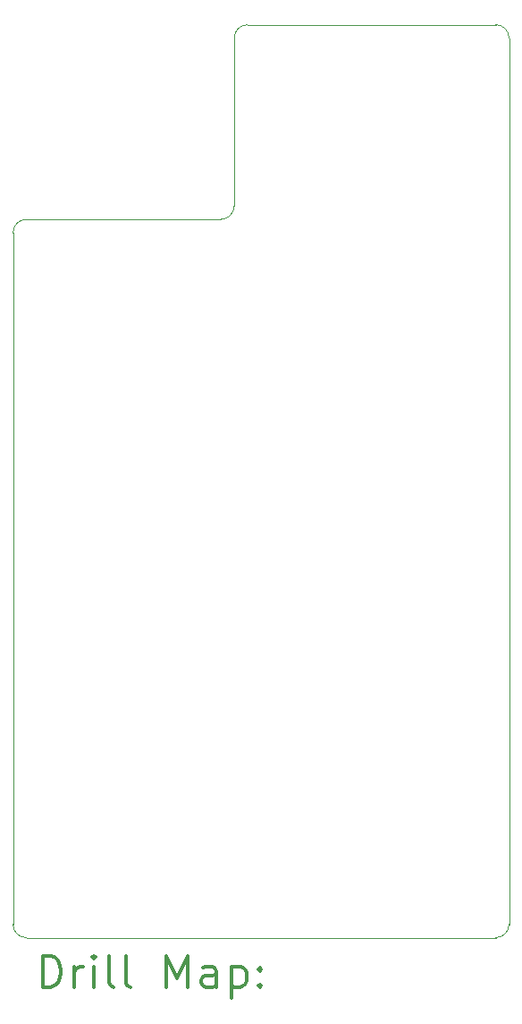
<source format=gbr>
%FSLAX45Y45*%
G04 Gerber Fmt 4.5, Leading zero omitted, Abs format (unit mm)*
G04 Created by KiCad (PCBNEW (5.1.6-0-10_14)) date 2021-01-24 22:58:45*
%MOMM*%
%LPD*%
G01*
G04 APERTURE LIST*
%TA.AperFunction,Profile*%
%ADD10C,0.100000*%
%TD*%
%ADD11C,0.200000*%
%ADD12C,0.300000*%
G04 APERTURE END LIST*
D10*
X13652500Y-4318000D02*
X16002000Y-4318000D01*
X11557000Y-6159500D02*
X13398500Y-6159500D01*
X16129000Y-4445000D02*
X16129000Y-12827000D01*
X13525500Y-6032500D02*
X13525500Y-4445000D01*
X13652500Y-4318000D02*
G75*
G03*
X13525500Y-4445000I0J-127000D01*
G01*
X16129000Y-4445000D02*
G75*
G03*
X16002000Y-4318000I-127000J0D01*
G01*
X11430000Y-12827000D02*
X11430000Y-6286500D01*
X11557000Y-12954000D02*
X16002000Y-12954000D01*
X11557000Y-6159500D02*
G75*
G03*
X11430000Y-6286500I0J-127000D01*
G01*
X13398500Y-6159500D02*
G75*
G03*
X13525500Y-6032500I0J127000D01*
G01*
X16002000Y-12954000D02*
G75*
G03*
X16129000Y-12827000I0J127000D01*
G01*
X11430000Y-12827000D02*
G75*
G03*
X11557000Y-12954000I127000J0D01*
G01*
D11*
D12*
X11711428Y-13424714D02*
X11711428Y-13124714D01*
X11782857Y-13124714D01*
X11825714Y-13139000D01*
X11854286Y-13167571D01*
X11868571Y-13196143D01*
X11882857Y-13253286D01*
X11882857Y-13296143D01*
X11868571Y-13353286D01*
X11854286Y-13381857D01*
X11825714Y-13410429D01*
X11782857Y-13424714D01*
X11711428Y-13424714D01*
X12011428Y-13424714D02*
X12011428Y-13224714D01*
X12011428Y-13281857D02*
X12025714Y-13253286D01*
X12040000Y-13239000D01*
X12068571Y-13224714D01*
X12097143Y-13224714D01*
X12197143Y-13424714D02*
X12197143Y-13224714D01*
X12197143Y-13124714D02*
X12182857Y-13139000D01*
X12197143Y-13153286D01*
X12211428Y-13139000D01*
X12197143Y-13124714D01*
X12197143Y-13153286D01*
X12382857Y-13424714D02*
X12354286Y-13410429D01*
X12340000Y-13381857D01*
X12340000Y-13124714D01*
X12540000Y-13424714D02*
X12511428Y-13410429D01*
X12497143Y-13381857D01*
X12497143Y-13124714D01*
X12882857Y-13424714D02*
X12882857Y-13124714D01*
X12982857Y-13339000D01*
X13082857Y-13124714D01*
X13082857Y-13424714D01*
X13354286Y-13424714D02*
X13354286Y-13267571D01*
X13340000Y-13239000D01*
X13311428Y-13224714D01*
X13254286Y-13224714D01*
X13225714Y-13239000D01*
X13354286Y-13410429D02*
X13325714Y-13424714D01*
X13254286Y-13424714D01*
X13225714Y-13410429D01*
X13211428Y-13381857D01*
X13211428Y-13353286D01*
X13225714Y-13324714D01*
X13254286Y-13310429D01*
X13325714Y-13310429D01*
X13354286Y-13296143D01*
X13497143Y-13224714D02*
X13497143Y-13524714D01*
X13497143Y-13239000D02*
X13525714Y-13224714D01*
X13582857Y-13224714D01*
X13611428Y-13239000D01*
X13625714Y-13253286D01*
X13640000Y-13281857D01*
X13640000Y-13367571D01*
X13625714Y-13396143D01*
X13611428Y-13410429D01*
X13582857Y-13424714D01*
X13525714Y-13424714D01*
X13497143Y-13410429D01*
X13768571Y-13396143D02*
X13782857Y-13410429D01*
X13768571Y-13424714D01*
X13754286Y-13410429D01*
X13768571Y-13396143D01*
X13768571Y-13424714D01*
X13768571Y-13239000D02*
X13782857Y-13253286D01*
X13768571Y-13267571D01*
X13754286Y-13253286D01*
X13768571Y-13239000D01*
X13768571Y-13267571D01*
M02*

</source>
